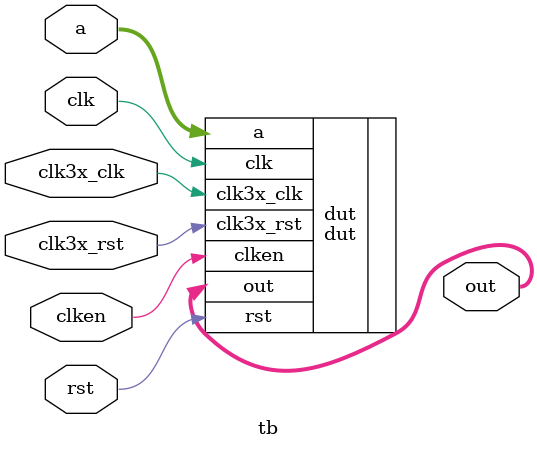
<source format=v>

`timescale 1ps/1ps

module tb
  (
   input wire         clk,
   input wire         rst,
   input wire         clk3x_clk,
   input wire         clk3x_rst,
   input wire         clken,
   input wire [46:0]  a,
   //input wire         peak_detect
   output wire [94:0] out
   //output wire        is_greater
   );

   glbl glbl ();

   dut dut
     (.clk(clk), .rst(rst), .clk3x_clk(clk3x_clk), .clk3x_rst(clk3x_rst),
      .clken(clken), .a(a), .out(out));

`ifdef COCOTB_SIM
   initial begin
      $dumpfile("dump.vcd");
      $dumpvars(0, dut);
   end
`endif
endmodule // tb

</source>
